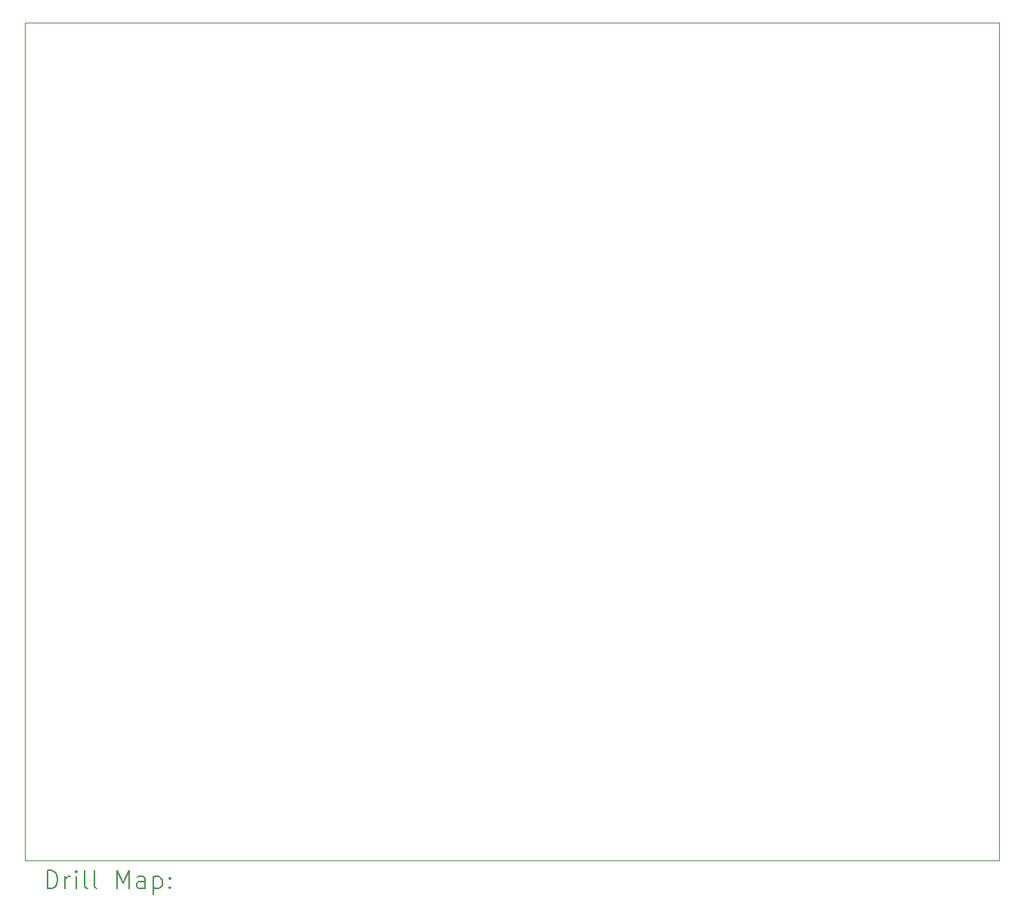
<source format=gbr>
%FSLAX45Y45*%
G04 Gerber Fmt 4.5, Leading zero omitted, Abs format (unit mm)*
G04 Created by KiCad (PCBNEW (6.0.4)) date 2022-04-10 11:44:14*
%MOMM*%
%LPD*%
G01*
G04 APERTURE LIST*
%TA.AperFunction,Profile*%
%ADD10C,0.100000*%
%TD*%
%ADD11C,0.200000*%
G04 APERTURE END LIST*
D10*
X7175500Y-4508500D02*
X18097500Y-4508500D01*
X18097500Y-4508500D02*
X18097500Y-13906500D01*
X18097500Y-13906500D02*
X7175500Y-13906500D01*
X7175500Y-13906500D02*
X7175500Y-4508500D01*
D11*
X7428119Y-14221976D02*
X7428119Y-14021976D01*
X7475738Y-14021976D01*
X7504309Y-14031500D01*
X7523357Y-14050548D01*
X7532881Y-14069595D01*
X7542405Y-14107690D01*
X7542405Y-14136262D01*
X7532881Y-14174357D01*
X7523357Y-14193405D01*
X7504309Y-14212452D01*
X7475738Y-14221976D01*
X7428119Y-14221976D01*
X7628119Y-14221976D02*
X7628119Y-14088643D01*
X7628119Y-14126738D02*
X7637643Y-14107690D01*
X7647167Y-14098167D01*
X7666214Y-14088643D01*
X7685262Y-14088643D01*
X7751928Y-14221976D02*
X7751928Y-14088643D01*
X7751928Y-14021976D02*
X7742405Y-14031500D01*
X7751928Y-14041024D01*
X7761452Y-14031500D01*
X7751928Y-14021976D01*
X7751928Y-14041024D01*
X7875738Y-14221976D02*
X7856690Y-14212452D01*
X7847167Y-14193405D01*
X7847167Y-14021976D01*
X7980500Y-14221976D02*
X7961452Y-14212452D01*
X7951928Y-14193405D01*
X7951928Y-14021976D01*
X8209071Y-14221976D02*
X8209071Y-14021976D01*
X8275738Y-14164833D01*
X8342405Y-14021976D01*
X8342405Y-14221976D01*
X8523357Y-14221976D02*
X8523357Y-14117214D01*
X8513833Y-14098167D01*
X8494786Y-14088643D01*
X8456690Y-14088643D01*
X8437643Y-14098167D01*
X8523357Y-14212452D02*
X8504310Y-14221976D01*
X8456690Y-14221976D01*
X8437643Y-14212452D01*
X8428119Y-14193405D01*
X8428119Y-14174357D01*
X8437643Y-14155309D01*
X8456690Y-14145786D01*
X8504310Y-14145786D01*
X8523357Y-14136262D01*
X8618595Y-14088643D02*
X8618595Y-14288643D01*
X8618595Y-14098167D02*
X8637643Y-14088643D01*
X8675738Y-14088643D01*
X8694786Y-14098167D01*
X8704310Y-14107690D01*
X8713833Y-14126738D01*
X8713833Y-14183881D01*
X8704310Y-14202928D01*
X8694786Y-14212452D01*
X8675738Y-14221976D01*
X8637643Y-14221976D01*
X8618595Y-14212452D01*
X8799548Y-14202928D02*
X8809071Y-14212452D01*
X8799548Y-14221976D01*
X8790024Y-14212452D01*
X8799548Y-14202928D01*
X8799548Y-14221976D01*
X8799548Y-14098167D02*
X8809071Y-14107690D01*
X8799548Y-14117214D01*
X8790024Y-14107690D01*
X8799548Y-14098167D01*
X8799548Y-14117214D01*
M02*

</source>
